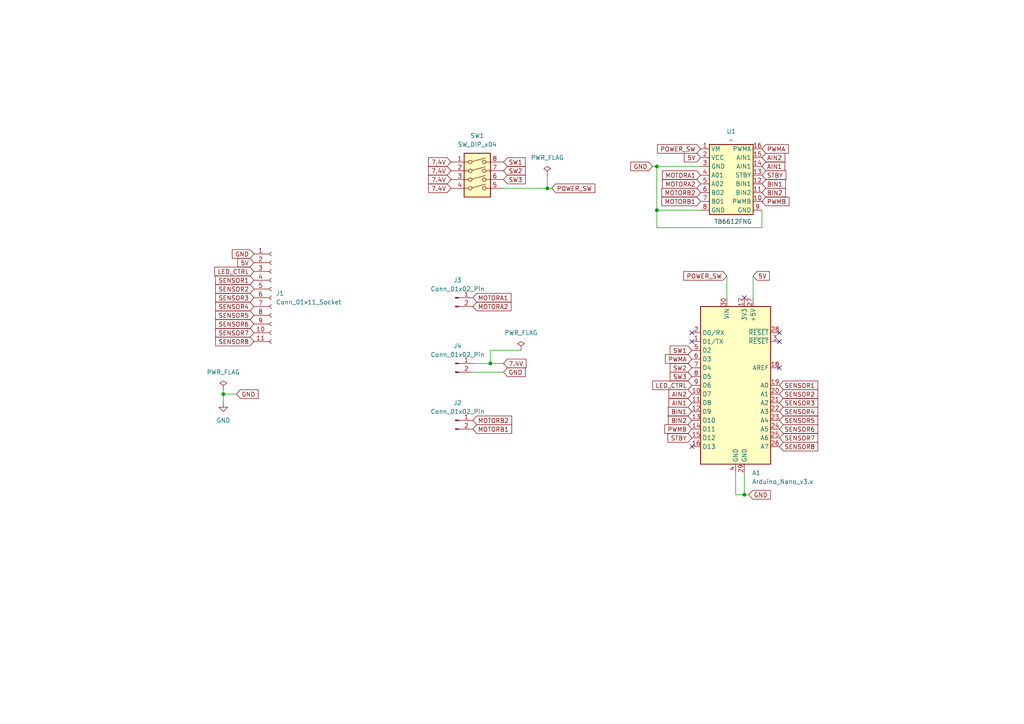
<source format=kicad_sch>
(kicad_sch (version 20250114) (generator "eeschema") (generator_version "9.0")
  (paper "A4")
  (lib_symbols
    (symbol "Connector:Conn_01x02_Pin" (pin_names (offset 1.016) (hide yes))
      (property "Reference" "J" (at 0 2.54 0))
      (property "Value" "Conn_01x02_Pin" (at 0 -5.08 0))
      (symbol "Conn_01x02_Pin_1_1"
        (rectangle (start 0.8636 0.127) (end 0 -0.127) (stroke (width 0.1524)) (fill (type outline)))
        (rectangle (start 0.8636 -2.413) (end 0 -2.667) (stroke (width 0.1524)) (fill (type outline)))
        (polyline (pts (xy 1.27 0) (xy 0.8636 0)) (stroke (width 0.1524)))
        (polyline (pts (xy 1.27 -2.54) (xy 0.8636 -2.54)) (stroke (width 0.1524)))
        (pin passive line (at 5.08 0 180) (length 3.81) (name "Pin_1") (number "1"))
        (pin passive line (at 5.08 -2.54 180) (length 3.81) (name "Pin_2") (number "2"))
      )
    )
    (symbol "Connector:Conn_01x11_Socket" (pin_names (offset 1.016) (hide yes))
      (property "Reference" "J" (at 0 15.24 0))
      (property "Value" "Conn_01x11_Socket" (at 0 -15.24 0))
      (symbol "Conn_01x11_Socket_1_1"
        (polyline (pts (xy -1.27 12.7) (xy -0.508 12.7)) (stroke (width 0.1524)))
        (polyline (pts (xy -1.27 10.16) (xy -0.508 10.16)) (stroke (width 0.1524)))
        (polyline (pts (xy -1.27 7.62) (xy -0.508 7.62)) (stroke (width 0.1524)))
        (polyline (pts (xy -1.27 5.08) (xy -0.508 5.08)) (stroke (width 0.1524)))
        (polyline (pts (xy -1.27 2.54) (xy -0.508 2.54)) (stroke (width 0.1524)))
        (polyline (pts (xy -1.27 0) (xy -0.508 0)) (stroke (width 0.1524)))
        (polyline (pts (xy -1.27 -2.54) (xy -0.508 -2.54)) (stroke (width 0.1524)))
        (polyline (pts (xy -1.27 -5.08) (xy -0.508 -5.08)) (stroke (width 0.1524)))
        (polyline (pts (xy -1.27 -7.62) (xy -0.508 -7.62)) (stroke (width 0.1524)))
        (polyline (pts (xy -1.27 -10.16) (xy -0.508 -10.16)) (stroke (width 0.1524)))
        (polyline (pts (xy -1.27 -12.7) (xy -0.508 -12.7)) (stroke (width 0.1524)))
        (arc (start 0 12.192) (mid -0.5058 12.7) (end 0 13.208) (stroke (width 0.1524)))
        (arc (start 0 9.652) (mid -0.5058 10.16) (end 0 10.668) (stroke (width 0.1524)))
        (arc (start 0 7.112) (mid -0.5058 7.62) (end 0 8.128) (stroke (width 0.1524)))
        (arc (start 0 4.572) (mid -0.5058 5.08) (end 0 5.588) (stroke (width 0.1524)))
        (arc (start 0 2.032) (mid -0.5058 2.54) (end 0 3.048) (stroke (width 0.1524)))
        (arc (start 0 -0.508) (mid -0.5058 0) (end 0 0.508) (stroke (width 0.1524)))
        (arc (start 0 -3.048) (mid -0.5058 -2.54) (end 0 -2.032) (stroke (width 0.1524)))
        (arc (start 0 -5.588) (mid -0.5058 -5.08) (end 0 -4.572) (stroke (width 0.1524)))
        (arc (start 0 -8.128) (mid -0.5058 -7.62) (end 0 -7.112) (stroke (width 0.1524)))
        (arc (start 0 -10.668) (mid -0.5058 -10.16) (end 0 -9.652) (stroke (width 0.1524)))
        (arc (start 0 -13.208) (mid -0.5058 -12.7) (end 0 -12.192) (stroke (width 0.1524)))
        (pin passive line (at -5.08 12.7 0) (length 3.81) (name "Pin_1") (number "1"))
        (pin passive line (at -5.08 10.16 0) (length 3.81) (name "Pin_2") (number "2"))
        (pin passive line (at -5.08 7.62 0) (length 3.81) (name "Pin_3") (number "3"))
        (pin passive line (at -5.08 5.08 0) (length 3.81) (name "Pin_4") (number "4"))
        (pin passive line (at -5.08 2.54 0) (length 3.81) (name "Pin_5") (number "5"))
        (pin passive line (at -5.08 0 0) (length 3.81) (name "Pin_6") (number "6"))
        (pin passive line (at -5.08 -2.54 0) (length 3.81) (name "Pin_7") (number "7"))
        (pin passive line (at -5.08 -5.08 0) (length 3.81) (name "Pin_8") (number "8"))
        (pin passive line (at -5.08 -7.62 0) (length 3.81) (name "Pin_9") (number "9"))
        (pin passive line (at -5.08 -10.16 0) (length 3.81) (name "Pin_10") (number "10"))
        (pin passive line (at -5.08 -12.7 0) (length 3.81) (name "Pin_11") (number "11"))
      )
    )
    (symbol "MCU_Module:Arduino_Nano_v3.x"
      (property "Reference" "A" (at -10.16 23.495 0))
      (property "Value" "Arduino_Nano_v3.x" (at 5.08 -24.13 0))
      (symbol "Arduino_Nano_v3.x_0_1"
        (rectangle (start -10.16 22.86) (end 10.16 -22.86) (stroke (width 0.254)) (fill (type background)))
      )
      (symbol "Arduino_Nano_v3.x_1_1"
        (pin bidirectional line (at -12.7 15.24 0) (length 2.54) (name "D0/RX") (number "2"))
        (pin bidirectional line (at -12.7 12.7 0) (length 2.54) (name "D1/TX") (number "1"))
        (pin bidirectional line (at -12.7 10.16 0) (length 2.54) (name "D2") (number "5"))
        (pin bidirectional line (at -12.7 7.62 0) (length 2.54) (name "D3") (number "6"))
        (pin bidirectional line (at -12.7 5.08 0) (length 2.54) (name "D4") (number "7"))
        (pin bidirectional line (at -12.7 2.54 0) (length 2.54) (name "D5") (number "8"))
        (pin bidirectional line (at -12.7 0 0) (length 2.54) (name "D6") (number "9"))
        (pin bidirectional line (at -12.7 -2.54 0) (length 2.54) (name "D7") (number "10"))
        (pin bidirectional line (at -12.7 -5.08 0) (length 2.54) (name "D8") (number "11"))
        (pin bidirectional line (at -12.7 -7.62 0) (length 2.54) (name "D9") (number "12"))
        (pin bidirectional line (at -12.7 -10.16 0) (length 2.54) (name "D10") (number "13"))
        (pin bidirectional line (at -12.7 -12.7 0) (length 2.54) (name "D11") (number "14"))
        (pin bidirectional line (at -12.7 -15.24 0) (length 2.54) (name "D12") (number "15"))
        (pin bidirectional line (at -12.7 -17.78 0) (length 2.54) (name "D13") (number "16"))
        (pin power_in line (at -2.54 25.4 270) (length 2.54) (name "VIN") (number "30"))
        (pin power_in line (at 0 -25.4 90) (length 2.54) (name "GND") (number "4"))
        (pin power_out line (at 2.54 25.4 270) (length 2.54) (name "3V3") (number "17"))
        (pin power_in line (at 2.54 -25.4 90) (length 2.54) (name "GND") (number "29"))
        (pin power_out line (at 5.08 25.4 270) (length 2.54) (name "+5V") (number "27"))
        (pin input line (at 12.7 15.24 180) (length 2.54) (name "~{RESET}") (number "28"))
        (pin input line (at 12.7 12.7 180) (length 2.54) (name "~{RESET}") (number "3"))
        (pin input line (at 12.7 5.08 180) (length 2.54) (name "AREF") (number "18"))
        (pin bidirectional line (at 12.7 0 180) (length 2.54) (name "A0") (number "19"))
        (pin bidirectional line (at 12.7 -2.54 180) (length 2.54) (name "A1") (number "20"))
        (pin bidirectional line (at 12.7 -5.08 180) (length 2.54) (name "A2") (number "21"))
        (pin bidirectional line (at 12.7 -7.62 180) (length 2.54) (name "A3") (number "22"))
        (pin bidirectional line (at 12.7 -10.16 180) (length 2.54) (name "A4") (number "23"))
        (pin bidirectional line (at 12.7 -12.7 180) (length 2.54) (name "A5") (number "24"))
        (pin bidirectional line (at 12.7 -15.24 180) (length 2.54) (name "A6") (number "25"))
        (pin bidirectional line (at 12.7 -17.78 180) (length 2.54) (name "A7") (number "26"))
      )
    )
    (symbol "Switch:SW_DIP_x04" (pin_names (offset 0) (hide yes))
      (property "Reference" "SW" (at 0 8.89 0))
      (property "Value" "SW_DIP_x04" (at 0 -6.35 0))
      (symbol "SW_DIP_x04_0_0"
        (circle (center -2.032 5.08) (radius 0.508))
        (circle (center -2.032 2.54) (radius 0.508))
        (circle (center -2.032 0) (radius 0.508))
        (circle (center -2.032 -2.54) (radius 0.508))
        (polyline (pts (xy -1.524 5.207) (xy 2.3622 6.2484)))
        (polyline (pts (xy -1.524 2.667) (xy 2.3622 3.7084)))
        (polyline (pts (xy -1.524 0.127) (xy 2.3622 1.1684)))
        (polyline (pts (xy -1.524 -2.3876) (xy 2.3622 -1.3462)))
        (circle (center 2.032 5.08) (radius 0.508))
        (circle (center 2.032 2.54) (radius 0.508))
        (circle (center 2.032 0) (radius 0.508))
        (circle (center 2.032 -2.54) (radius 0.508))
      )
      (symbol "SW_DIP_x04_0_1"
        (rectangle (start -3.81 7.62) (end 3.81 -5.08) (stroke (width 0.254)) (fill (type background)))
      )
      (symbol "SW_DIP_x04_1_1"
        (pin passive line (at -7.62 5.08 0) (length 5.08) (name "~") (number "1"))
        (pin passive line (at -7.62 2.54 0) (length 5.08) (name "~") (number "2"))
        (pin passive line (at -7.62 0 0) (length 5.08) (name "~") (number "3"))
        (pin passive line (at -7.62 -2.54 0) (length 5.08) (name "~") (number "4"))
        (pin passive line (at 7.62 5.08 180) (length 5.08) (name "~") (number "8"))
        (pin passive line (at 7.62 2.54 180) (length 5.08) (name "~") (number "7"))
        (pin passive line (at 7.62 0 180) (length 5.08) (name "~") (number "6"))
        (pin passive line (at 7.62 -2.54 180) (length 5.08) (name "~") (number "5"))
      )
    )
    (symbol "TB6612FNG_Custom:TB6612FNG_Custom"
      (property "Reference" "U" (at 0 0 0))
      (symbol "TB6612FNG_Custom_0_1"
        (rectangle (start -6.35 -1.27) (end 6.35 -21.59) (stroke (width 0.254)) (fill (type background)))
      )
      (symbol "TB6612FNG_Custom_1_1"
        (text "TB6612FNG" (at 0.508 -23.622 0) (effects (font (size 1.27 1.27))))
        (pin input line (at -8.89 -2.54 0) (length 2.54) (name "VM") (number "1"))
        (pin input line (at -8.89 -5.08 0) (length 2.54) (name "VCC") (number "2"))
        (pin input line (at -8.89 -7.62 0) (length 2.54) (name "GND") (number "3"))
        (pin output line (at -8.89 -10.16 0) (length 2.54) (name "A01") (number "4"))
        (pin output line (at -8.89 -12.7 0) (length 2.54) (name "A02") (number "5"))
        (pin output line (at -8.89 -15.24 0) (length 2.54) (name "B02") (number "6"))
        (pin output line (at -8.89 -17.78 0) (length 2.54) (name "B01") (number "7"))
        (pin input line (at -8.89 -20.32 0) (length 2.54) (name "GND") (number "8"))
        (pin input line (at 8.89 -2.54 180) (length 2.54) (name "PWMA") (number "16"))
        (pin input line (at 8.89 -5.08 180) (length 2.54) (name "AIN1") (number "15"))
        (pin input line (at 8.89 -7.62 180) (length 2.54) (name "AIN1") (number "14"))
        (pin input line (at 8.89 -10.16 180) (length 2.54) (name "STBY") (number "13"))
        (pin input line (at 8.89 -12.7 180) (length 2.54) (name "BIN1") (number "12"))
        (pin input line (at 8.89 -15.24 180) (length 2.54) (name "BIN2") (number "11"))
        (pin input line (at 8.89 -17.78 180) (length 2.54) (name "PWMB") (number "10"))
        (pin input line (at 8.89 -20.32 180) (length 2.54) (name "GND") (number "9"))
      )
    )
    (symbol "power:GND" (power) (pin_numbers (hide yes)) (pin_names (offset 0) (hide yes))
      (property "Value" "GND" (at 0 -3.81 0))
      (symbol "GND_0_1"
        (polyline (pts (xy 0 0) (xy 0 -1.27) (xy 1.27 -1.27) (xy 0 -2.54) (xy -1.27 -1.27) (xy 0 -1.27)))
      )
      (symbol "GND_1_1"
        (pin power_in line (at 0 0 270) (length 0) (name "~") (number "1"))
      )
    )
    (symbol "power:PWR_FLAG" (power) (pin_numbers (hide yes)) (pin_names (offset 0) (hide yes))
      (property "Value" "PWR_FLAG" (at 0 3.81 0))
      (symbol "PWR_FLAG_0_0"
        (pin power_out line (at 0 0 90) (length 0) (name "~") (number "1"))
      )
      (symbol "PWR_FLAG_0_1"
        (polyline (pts (xy 0 0) (xy 0 1.27) (xy -1.016 1.905) (xy 0 2.54) (xy 1.016 1.905) (xy 0 1.27)))
      )
    )
  )
  (junction (at 158.75 54.61))
  (junction (at 190.5 48.26))
  (junction (at 190.5 60.96))
  (junction (at 64.77 114.3))
  (junction (at 142.24 105.41))
  (junction (at 215.9 143.51))
  (no_connect (at 226.06 99.06))
  (no_connect (at 200.66 129.54))
  (no_connect (at 226.06 96.52))
  (no_connect (at 200.66 96.52))
  (no_connect (at 226.06 106.68))
  (no_connect (at 200.66 99.06))
  (no_connect (at 215.9 86.36))
  (wire (pts (xy 64.77 113.03) (xy 64.77 114.3)))
  (wire (pts (xy 220.98 66.04) (xy 190.5 66.04)))
  (wire (pts (xy 220.98 60.96) (xy 220.98 66.04)))
  (wire (pts (xy 210.82 80.01) (xy 210.82 86.36)))
  (wire (pts (xy 203.2 60.96) (xy 190.5 60.96)))
  (wire (pts (xy 146.05 105.41) (xy 142.24 105.41)))
  (wire (pts (xy 189.23 48.26) (xy 190.5 48.26)))
  (wire (pts (xy 190.5 66.04) (xy 190.5 60.96)))
  (wire (pts (xy 137.16 107.95) (xy 146.05 107.95)))
  (wire (pts (xy 142.24 101.6) (xy 142.24 105.41)))
  (wire (pts (xy 146.05 54.61) (xy 158.75 54.61)))
  (wire (pts (xy 151.13 101.6) (xy 142.24 101.6)))
  (wire (pts (xy 142.24 105.41) (xy 137.16 105.41)))
  (wire (pts (xy 213.36 143.51) (xy 215.9 143.51)))
  (wire (pts (xy 158.75 50.8) (xy 158.75 54.61)))
  (wire (pts (xy 215.9 143.51) (xy 215.9 137.16)))
  (wire (pts (xy 158.75 54.61) (xy 160.02 54.61)))
  (wire (pts (xy 64.77 114.3) (xy 64.77 116.84)))
  (wire (pts (xy 190.5 48.26) (xy 203.2 48.26)))
  (wire (pts (xy 68.58 114.3) (xy 64.77 114.3)))
  (wire (pts (xy 218.44 80.01) (xy 218.44 86.36)))
  (wire (pts (xy 213.36 137.16) (xy 213.36 143.51)))
  (wire (pts (xy 190.5 60.96) (xy 190.5 48.26)))
  (wire (pts (xy 217.17 143.51) (xy 215.9 143.51)))
  (global_label "AIN2" (shape input) (at 200.66 114.3 180) (property "Intersheetrefs" "${INTERSHEET_REFS}" (effects (hide yes))))
  (global_label "SENSOR3" (shape input) (at 226.06 116.84 0) (property "Intersheetrefs" "${INTERSHEET_REFS}" (effects (hide yes))))
  (global_label "SENSOR1" (shape input) (at 226.06 111.76 0) (property "Intersheetrefs" "${INTERSHEET_REFS}" (effects (hide yes))))
  (global_label "BIN2" (shape input) (at 200.66 121.92 180) (property "Intersheetrefs" "${INTERSHEET_REFS}" (effects (hide yes))))
  (global_label "SENSOR2" (shape input) (at 73.66 83.82 180) (property "Intersheetrefs" "${INTERSHEET_REFS}" (effects (hide yes))))
  (global_label "GND" (shape input) (at 217.17 143.51 0) (property "Intersheetrefs" "${INTERSHEET_REFS}" (effects (hide yes))))
  (global_label "MOTORA1" (shape input) (at 137.16 86.36 0) (property "Intersheetrefs" "${INTERSHEET_REFS}" (effects (hide yes))))
  (global_label "SENSOR2" (shape input) (at 226.06 114.3 0) (property "Intersheetrefs" "${INTERSHEET_REFS}" (effects (hide yes))))
  (global_label "SW2" (shape input) (at 146.05 49.53 0) (property "Intersheetrefs" "${INTERSHEET_REFS}" (effects (hide yes))))
  (global_label "SENSOR7" (shape input) (at 73.66 96.52 180) (property "Intersheetrefs" "${INTERSHEET_REFS}" (effects (hide yes))))
  (global_label "AIN1" (shape input) (at 220.98 48.26 0) (property "Intersheetrefs" "${INTERSHEET_REFS}" (effects (hide yes))))
  (global_label "BIN2" (shape input) (at 220.98 55.88 0) (property "Intersheetrefs" "${INTERSHEET_REFS}" (effects (hide yes))))
  (global_label "POWER_SW" (shape input) (at 210.82 80.01 180) (property "Intersheetrefs" "${INTERSHEET_REFS}" (effects (hide yes))))
  (global_label "MOTORA2" (shape input) (at 137.16 88.9 0) (property "Intersheetrefs" "${INTERSHEET_REFS}" (effects (hide yes))))
  (global_label "PWMB" (shape input) (at 220.98 58.42 0) (property "Intersheetrefs" "${INTERSHEET_REFS}" (effects (hide yes))))
  (global_label "LED_CTRL" (shape input) (at 200.66 111.76 180) (property "Intersheetrefs" "${INTERSHEET_REFS}" (effects (hide yes))))
  (global_label "PWMA" (shape input) (at 200.66 104.14 180) (property "Intersheetrefs" "${INTERSHEET_REFS}" (effects (hide yes))))
  (global_label "AIN1" (shape input) (at 200.66 116.84 180) (property "Intersheetrefs" "${INTERSHEET_REFS}" (effects (hide yes))))
  (global_label "AIN2" (shape input) (at 220.98 45.72 0) (property "Intersheetrefs" "${INTERSHEET_REFS}" (effects (hide yes))))
  (global_label "7.4V" (shape input) (at 130.81 52.07 180) (property "Intersheetrefs" "${INTERSHEET_REFS}" (effects (hide yes))))
  (global_label "SENSOR8" (shape input) (at 226.06 129.54 0) (property "Intersheetrefs" "${INTERSHEET_REFS}" (effects (hide yes))))
  (global_label "GND" (shape input) (at 68.58 114.3 0) (property "Intersheetrefs" "${INTERSHEET_REFS}" (effects (hide yes))))
  (global_label "BIN1" (shape input) (at 200.66 119.38 180) (property "Intersheetrefs" "${INTERSHEET_REFS}" (effects (hide yes))))
  (global_label "MOTORB2" (shape input) (at 203.2 55.88 180) (property "Intersheetrefs" "${INTERSHEET_REFS}" (effects (hide yes))))
  (global_label "SENSOR7" (shape input) (at 226.06 127 0) (property "Intersheetrefs" "${INTERSHEET_REFS}" (effects (hide yes))))
  (global_label "SENSOR1" (shape input) (at 73.66 81.28 180) (property "Intersheetrefs" "${INTERSHEET_REFS}" (effects (hide yes))))
  (global_label "5V" (shape input) (at 73.66 76.2 180) (property "Intersheetrefs" "${INTERSHEET_REFS}" (effects (hide yes))))
  (global_label "SENSOR3" (shape input) (at 73.66 86.36 180) (property "Intersheetrefs" "${INTERSHEET_REFS}" (effects (hide yes))))
  (global_label "7.4V" (shape input) (at 130.81 49.53 180) (property "Intersheetrefs" "${INTERSHEET_REFS}" (effects (hide yes))))
  (global_label "GND" (shape input) (at 189.23 48.26 180) (property "Intersheetrefs" "${INTERSHEET_REFS}" (effects (hide yes))))
  (global_label "POWER_SW" (shape input) (at 203.2 43.18 180) (property "Intersheetrefs" "${INTERSHEET_REFS}" (effects (hide yes))))
  (global_label "MOTORB1" (shape input) (at 203.2 58.42 180) (property "Intersheetrefs" "${INTERSHEET_REFS}" (effects (hide yes))))
  (global_label "SW1" (shape input) (at 146.05 46.99 0) (property "Intersheetrefs" "${INTERSHEET_REFS}" (effects (hide yes))))
  (global_label "SW3" (shape input) (at 146.05 52.07 0) (property "Intersheetrefs" "${INTERSHEET_REFS}" (effects (hide yes))))
  (global_label "PWMA" (shape input) (at 220.98 43.18 0) (property "Intersheetrefs" "${INTERSHEET_REFS}" (effects (hide yes))))
  (global_label "MOTORB2" (shape input) (at 137.16 121.92 0) (property "Intersheetrefs" "${INTERSHEET_REFS}" (effects (hide yes))))
  (global_label "GND" (shape input) (at 146.05 107.95 0) (property "Intersheetrefs" "${INTERSHEET_REFS}" (effects (hide yes))))
  (global_label "SW1" (shape input) (at 200.66 101.6 180) (property "Intersheetrefs" "${INTERSHEET_REFS}" (effects (hide yes))))
  (global_label "STBY" (shape input) (at 220.98 50.8 0) (property "Intersheetrefs" "${INTERSHEET_REFS}" (effects (hide yes))))
  (global_label "5V" (shape input) (at 218.44 80.01 0) (property "Intersheetrefs" "${INTERSHEET_REFS}" (effects (hide yes))))
  (global_label "SENSOR5" (shape input) (at 226.06 121.92 0) (property "Intersheetrefs" "${INTERSHEET_REFS}" (effects (hide yes))))
  (global_label "SW2" (shape input) (at 200.66 106.68 180) (property "Intersheetrefs" "${INTERSHEET_REFS}" (effects (hide yes))))
  (global_label "LED_CTRL" (shape input) (at 73.66 78.74 180) (property "Intersheetrefs" "${INTERSHEET_REFS}" (effects (hide yes))))
  (global_label "SENSOR4" (shape input) (at 73.66 88.9 180) (property "Intersheetrefs" "${INTERSHEET_REFS}" (effects (hide yes))))
  (global_label "MOTORB1" (shape input) (at 137.16 124.46 0) (property "Intersheetrefs" "${INTERSHEET_REFS}" (effects (hide yes))))
  (global_label "GND" (shape input) (at 73.66 73.66 180) (property "Intersheetrefs" "${INTERSHEET_REFS}" (effects (hide yes))))
  (global_label "7.4V" (shape input) (at 146.05 105.41 0) (property "Intersheetrefs" "${INTERSHEET_REFS}" (effects (hide yes))))
  (global_label "POWER_SW" (shape input) (at 160.02 54.61 0) (property "Intersheetrefs" "${INTERSHEET_REFS}" (effects (hide yes))))
  (global_label "7.4V" (shape input) (at 130.81 46.99 180) (property "Intersheetrefs" "${INTERSHEET_REFS}" (effects (hide yes))))
  (global_label "SW3" (shape input) (at 200.66 109.22 180) (property "Intersheetrefs" "${INTERSHEET_REFS}" (effects (hide yes))))
  (global_label "MOTORA2" (shape input) (at 203.2 53.34 180) (property "Intersheetrefs" "${INTERSHEET_REFS}" (effects (hide yes))))
  (global_label "SENSOR8" (shape input) (at 73.66 99.06 180) (property "Intersheetrefs" "${INTERSHEET_REFS}" (effects (hide yes))))
  (global_label "SENSOR5" (shape input) (at 73.66 91.44 180) (property "Intersheetrefs" "${INTERSHEET_REFS}" (effects (hide yes))))
  (global_label "SENSOR6" (shape input) (at 226.06 124.46 0) (property "Intersheetrefs" "${INTERSHEET_REFS}" (effects (hide yes))))
  (global_label "PWMB" (shape input) (at 200.66 124.46 180) (property "Intersheetrefs" "${INTERSHEET_REFS}" (effects (hide yes))))
  (global_label "BIN1" (shape input) (at 220.98 53.34 0) (property "Intersheetrefs" "${INTERSHEET_REFS}" (effects (hide yes))))
  (global_label "5V" (shape input) (at 203.2 45.72 180) (property "Intersheetrefs" "${INTERSHEET_REFS}" (effects (hide yes))))
  (global_label "SENSOR6" (shape input) (at 73.66 93.98 180) (property "Intersheetrefs" "${INTERSHEET_REFS}" (effects (hide yes))))
  (global_label "MOTORA1" (shape input) (at 203.2 50.8 180) (property "Intersheetrefs" "${INTERSHEET_REFS}" (effects (hide yes))))
  (global_label "SENSOR4" (shape input) (at 226.06 119.38 0) (property "Intersheetrefs" "${INTERSHEET_REFS}" (effects (hide yes))))
  (global_label "7.4V" (shape input) (at 130.81 54.61 180) (property "Intersheetrefs" "${INTERSHEET_REFS}" (effects (hide yes))))
  (global_label "STBY" (shape input) (at 200.66 127 180) (property "Intersheetrefs" "${INTERSHEET_REFS}" (effects (hide yes))))
  (symbol (lib_id "power:PWR_FLAG") (at 64.77 113.03 0) (unit 1)
    (property "Reference" "#FLG02" (effects (hide yes)))
    (property "Value" "PWR_FLAG" (at 64.77 107.95 0))
    (property "Description" "Special symbol for telling ERC where power comes from" (effects (hide yes)))
  )
  (symbol (lib_id "TB6612FNG_Custom:TB6612FNG_Custom") (at 212.09 40.64 0) (unit 1)
    (property "Reference" "U1" (at 212.09 38.1 0))
    (property "Value" "~" (at 212.09 40.64 0))
    (property "Footprint" "Custom_Footprints:TB6612FNG" (effects (hide yes)))
  )
  (symbol (lib_id "Connector:Conn_01x02_Pin") (at 132.08 105.41 0) (unit 1)
    (property "Reference" "J4" (at 132.715 100.33 0))
    (property "Value" "Conn_01x02_Pin" (at 132.715 102.87 0))
    (property "Footprint" "Connector_JST:JST_XH_B2B-XH-A_1x02_P2.50mm_Vertical" (effects (hide yes)))
    (property "Description" "Generic connector, single row, 01x02, script generated" (effects (hide yes)))
  )
  (symbol (lib_id "Switch:SW_DIP_x04") (at 138.43 52.07 0) (unit 1)
    (property "Reference" "SW1" (at 138.43 39.37 0))
    (property "Value" "SW_DIP_x04" (at 138.43 41.91 0))
    (property "Footprint" "Button_Switch_THT:SW_DIP_SPSTx04_Slide_9.78x12.34mm_W7.62mm_P2.54mm" (effects (hide yes)))
    (property "Description" "4x DIP Switch, Single Pole Single Throw (SPST) switch, small symbol" (effects (hide yes)))
  )
  (symbol (lib_id "Connector:Conn_01x11_Socket") (at 78.74 86.36 0) (unit 1)
    (property "Reference" "J1" (at 80.01 85.0899 0) (effects (justify left)))
    (property "Value" "Conn_01x11_Socket" (at 80.01 87.6299 0) (effects (justify left)))
    (property "Footprint" "Connector_PinHeader_2.54mm:PinHeader_1x11_P2.54mm_Vertical" (effects (hide yes)))
    (property "Description" "Generic connector, single row, 01x11, script generated" (effects (hide yes)))
  )
  (symbol (lib_id "Connector:Conn_01x02_Pin") (at 132.08 86.36 0) (unit 1)
    (property "Reference" "J3" (at 132.715 81.28 0))
    (property "Value" "Conn_01x02_Pin" (at 132.715 83.82 0))
    (property "Footprint" "Connector_JST:JST_XH_B2B-XH-A_1x02_P2.50mm_Vertical" (effects (hide yes)))
    (property "Description" "Generic connector, single row, 01x02, script generated" (effects (hide yes)))
  )
  (symbol (lib_id "MCU_Module:Arduino_Nano_v3.x") (at 213.36 111.76 0) (unit 1)
    (property "Reference" "A1" (at 218.0941 137.16 0) (effects (justify left)))
    (property "Value" "Arduino_Nano_v3.x" (at 218.0941 139.7 0) (effects (justify left)))
    (property "Footprint" "Module:Arduino_Nano" (effects (hide yes)))
    (property "Datasheet" "http://www.mouser.com/pdfdocs/Gravitech_Arduino_Nano3_0.pdf" (effects (hide yes)))
    (property "Description" "Arduino Nano v3.x" (effects (hide yes)))
  )
  (symbol (lib_id "Connector:Conn_01x02_Pin") (at 132.08 121.92 0) (unit 1)
    (property "Reference" "J2" (at 132.715 116.84 0))
    (property "Value" "Conn_01x02_Pin" (at 132.715 119.38 0))
    (property "Footprint" "Connector_JST:JST_XH_B2B-XH-A_1x02_P2.50mm_Vertical" (effects (hide yes)))
    (property "Description" "Generic connector, single row, 01x02, script generated" (effects (hide yes)))
  )
  (symbol (lib_id "power:GND") (at 64.77 116.84 0) (unit 1)
    (property "Reference" "#PWR01" (effects (hide yes)))
    (property "Value" "GND" (at 64.77 121.92 0))
    (property "Description" "Power symbol creates a global label with name \"GND\" , ground" (effects (hide yes)))
  )
  (symbol (lib_id "power:PWR_FLAG") (at 151.13 101.6 0) (unit 1)
    (property "Reference" "#FLG01" (effects (hide yes)))
    (property "Value" "PWR_FLAG" (at 151.13 96.52 0))
    (property "Description" "Special symbol for telling ERC where power comes from" (effects (hide yes)))
  )
  (symbol (lib_id "power:PWR_FLAG") (at 158.75 50.8 0) (unit 1)
    (property "Reference" "#FLG03" (effects (hide yes)))
    (property "Value" "PWR_FLAG" (at 158.75 45.72 0))
    (property "Description" "Special symbol for telling ERC where power comes from" (effects (hide yes)))
  )
)
</source>
